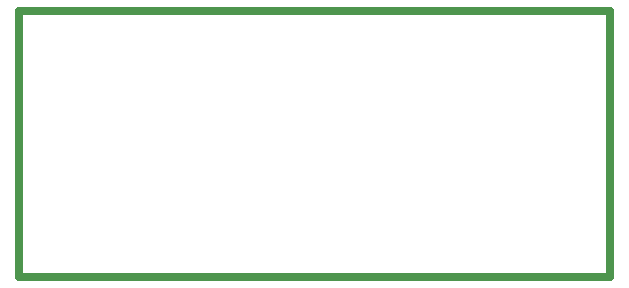
<source format=gko>
G04*
G04 #@! TF.GenerationSoftware,Altium Limited,Altium Designer,19.1.5 (86)*
G04*
G04 Layer_Color=16711935*
%FSLAX25Y25*%
%MOIN*%
G70*
G01*
G75*
%ADD55C,0.02756*%
D55*
X0Y0D02*
X196850D01*
Y88583D01*
X0D02*
X196850D01*
X0Y0D02*
Y88583D01*
M02*

</source>
